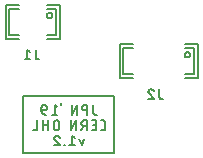
<source format=gbo>
G75*
%MOIN*%
%OFA0B0*%
%FSLAX25Y25*%
%IPPOS*%
%LPD*%
%AMOC8*
5,1,8,0,0,1.08239X$1,22.5*
%
%ADD10C,0.00700*%
%ADD11C,0.00500*%
D10*
X0072888Y0091507D02*
X0074686Y0091507D01*
X0073157Y0093306D01*
X0073697Y0094745D02*
X0073759Y0094743D01*
X0073821Y0094738D01*
X0073883Y0094728D01*
X0073944Y0094715D01*
X0074004Y0094699D01*
X0074063Y0094679D01*
X0074120Y0094655D01*
X0074176Y0094628D01*
X0074231Y0094598D01*
X0074283Y0094564D01*
X0074334Y0094527D01*
X0074382Y0094488D01*
X0074427Y0094445D01*
X0074470Y0094400D01*
X0074511Y0094353D01*
X0074548Y0094303D01*
X0074582Y0094251D01*
X0074613Y0094197D01*
X0074641Y0094141D01*
X0074665Y0094084D01*
X0074686Y0094025D01*
X0073158Y0093306D02*
X0073117Y0093348D01*
X0073078Y0093392D01*
X0073043Y0093439D01*
X0073012Y0093488D01*
X0072983Y0093540D01*
X0072958Y0093593D01*
X0072937Y0093647D01*
X0072919Y0093703D01*
X0072906Y0093760D01*
X0072896Y0093818D01*
X0072890Y0093876D01*
X0072888Y0093935D01*
X0072890Y0093990D01*
X0072896Y0094045D01*
X0072905Y0094100D01*
X0072918Y0094153D01*
X0072935Y0094206D01*
X0072955Y0094257D01*
X0072979Y0094307D01*
X0073006Y0094355D01*
X0073036Y0094402D01*
X0073069Y0094446D01*
X0073106Y0094487D01*
X0073145Y0094526D01*
X0073186Y0094563D01*
X0073230Y0094596D01*
X0073277Y0094626D01*
X0073325Y0094653D01*
X0073375Y0094677D01*
X0073426Y0094697D01*
X0073479Y0094714D01*
X0073532Y0094727D01*
X0073587Y0094736D01*
X0073642Y0094742D01*
X0073697Y0094744D01*
X0074531Y0097525D02*
X0074529Y0097466D01*
X0074523Y0097408D01*
X0074514Y0097350D01*
X0074500Y0097292D01*
X0074483Y0097236D01*
X0074463Y0097181D01*
X0074438Y0097127D01*
X0074411Y0097076D01*
X0074379Y0097026D01*
X0074345Y0096978D01*
X0074308Y0096932D01*
X0074268Y0096889D01*
X0074225Y0096849D01*
X0074179Y0096812D01*
X0074131Y0096778D01*
X0074082Y0096746D01*
X0074030Y0096719D01*
X0073976Y0096694D01*
X0073921Y0096674D01*
X0073865Y0096657D01*
X0073807Y0096643D01*
X0073749Y0096634D01*
X0073691Y0096628D01*
X0073632Y0096626D01*
X0073573Y0096628D01*
X0073515Y0096634D01*
X0073457Y0096643D01*
X0073399Y0096657D01*
X0073343Y0096674D01*
X0073288Y0096694D01*
X0073234Y0096719D01*
X0073183Y0096746D01*
X0073133Y0096778D01*
X0073085Y0096812D01*
X0073039Y0096849D01*
X0072996Y0096889D01*
X0072956Y0096932D01*
X0072919Y0096978D01*
X0072885Y0097026D01*
X0072853Y0097076D01*
X0072826Y0097127D01*
X0072801Y0097181D01*
X0072781Y0097236D01*
X0072764Y0097292D01*
X0072750Y0097350D01*
X0072741Y0097408D01*
X0072735Y0097466D01*
X0072733Y0097525D01*
X0072733Y0098963D01*
X0072735Y0099022D01*
X0072741Y0099080D01*
X0072750Y0099138D01*
X0072764Y0099196D01*
X0072781Y0099252D01*
X0072801Y0099307D01*
X0072826Y0099361D01*
X0072853Y0099413D01*
X0072885Y0099462D01*
X0072919Y0099510D01*
X0072956Y0099556D01*
X0072996Y0099599D01*
X0073039Y0099639D01*
X0073085Y0099676D01*
X0073133Y0099710D01*
X0073183Y0099742D01*
X0073234Y0099769D01*
X0073288Y0099794D01*
X0073343Y0099814D01*
X0073399Y0099831D01*
X0073457Y0099845D01*
X0073515Y0099854D01*
X0073573Y0099860D01*
X0073632Y0099862D01*
X0073691Y0099860D01*
X0073749Y0099854D01*
X0073807Y0099845D01*
X0073865Y0099831D01*
X0073921Y0099814D01*
X0073976Y0099794D01*
X0074030Y0099769D01*
X0074082Y0099742D01*
X0074131Y0099710D01*
X0074179Y0099676D01*
X0074225Y0099639D01*
X0074268Y0099599D01*
X0074308Y0099556D01*
X0074345Y0099510D01*
X0074379Y0099462D01*
X0074411Y0099413D01*
X0074438Y0099361D01*
X0074463Y0099307D01*
X0074483Y0099252D01*
X0074500Y0099196D01*
X0074514Y0099138D01*
X0074523Y0099080D01*
X0074529Y0099022D01*
X0074531Y0098963D01*
X0074532Y0098963D02*
X0074532Y0097525D01*
X0070870Y0098424D02*
X0069072Y0098424D01*
X0069072Y0099863D02*
X0069072Y0096626D01*
X0070870Y0096626D02*
X0070870Y0099863D01*
X0072106Y0101744D02*
X0073904Y0101744D01*
X0073005Y0101744D02*
X0073005Y0104981D01*
X0073904Y0104261D01*
X0075249Y0104981D02*
X0075249Y0105700D01*
X0078602Y0104981D02*
X0078602Y0101744D01*
X0080400Y0104981D01*
X0080400Y0101744D01*
X0080083Y0099863D02*
X0078284Y0096626D01*
X0078284Y0099863D01*
X0080083Y0099863D02*
X0080083Y0096626D01*
X0081909Y0096626D02*
X0082628Y0098064D01*
X0082808Y0098064D02*
X0083707Y0098064D01*
X0082808Y0098064D02*
X0082749Y0098066D01*
X0082691Y0098072D01*
X0082633Y0098081D01*
X0082575Y0098095D01*
X0082519Y0098112D01*
X0082464Y0098132D01*
X0082410Y0098157D01*
X0082359Y0098184D01*
X0082309Y0098216D01*
X0082261Y0098250D01*
X0082215Y0098287D01*
X0082172Y0098327D01*
X0082132Y0098370D01*
X0082095Y0098416D01*
X0082061Y0098464D01*
X0082029Y0098514D01*
X0082002Y0098565D01*
X0081977Y0098619D01*
X0081957Y0098674D01*
X0081940Y0098730D01*
X0081926Y0098788D01*
X0081917Y0098846D01*
X0081911Y0098904D01*
X0081909Y0098963D01*
X0081911Y0099022D01*
X0081917Y0099080D01*
X0081926Y0099138D01*
X0081940Y0099196D01*
X0081957Y0099252D01*
X0081977Y0099307D01*
X0082002Y0099361D01*
X0082029Y0099413D01*
X0082061Y0099462D01*
X0082095Y0099510D01*
X0082132Y0099556D01*
X0082172Y0099599D01*
X0082215Y0099639D01*
X0082261Y0099676D01*
X0082309Y0099710D01*
X0082359Y0099742D01*
X0082410Y0099769D01*
X0082464Y0099794D01*
X0082519Y0099814D01*
X0082575Y0099831D01*
X0082633Y0099845D01*
X0082691Y0099854D01*
X0082749Y0099860D01*
X0082808Y0099862D01*
X0082808Y0099863D02*
X0083707Y0099863D01*
X0083707Y0096626D01*
X0085365Y0096626D02*
X0086804Y0096626D01*
X0086804Y0099863D01*
X0085365Y0099863D01*
X0085725Y0098424D02*
X0086804Y0098424D01*
X0088464Y0099863D02*
X0089183Y0099863D01*
X0089183Y0099862D02*
X0089234Y0099860D01*
X0089285Y0099855D01*
X0089336Y0099846D01*
X0089386Y0099833D01*
X0089434Y0099817D01*
X0089482Y0099797D01*
X0089528Y0099774D01*
X0089572Y0099748D01*
X0089614Y0099719D01*
X0089654Y0099686D01*
X0089691Y0099651D01*
X0089726Y0099614D01*
X0089759Y0099574D01*
X0089788Y0099532D01*
X0089814Y0099488D01*
X0089837Y0099442D01*
X0089857Y0099394D01*
X0089873Y0099346D01*
X0089886Y0099296D01*
X0089895Y0099245D01*
X0089900Y0099194D01*
X0089902Y0099143D01*
X0089903Y0099143D02*
X0089903Y0097345D01*
X0089902Y0097345D02*
X0089900Y0097294D01*
X0089895Y0097243D01*
X0089886Y0097192D01*
X0089873Y0097142D01*
X0089857Y0097094D01*
X0089837Y0097046D01*
X0089814Y0097000D01*
X0089788Y0096956D01*
X0089759Y0096914D01*
X0089726Y0096874D01*
X0089691Y0096837D01*
X0089654Y0096802D01*
X0089614Y0096769D01*
X0089572Y0096740D01*
X0089528Y0096714D01*
X0089482Y0096691D01*
X0089434Y0096671D01*
X0089386Y0096655D01*
X0089336Y0096642D01*
X0089285Y0096633D01*
X0089234Y0096628D01*
X0089183Y0096626D01*
X0088464Y0096626D01*
X0086981Y0101744D02*
X0086621Y0101744D01*
X0086570Y0101746D01*
X0086519Y0101751D01*
X0086468Y0101760D01*
X0086418Y0101773D01*
X0086370Y0101789D01*
X0086322Y0101809D01*
X0086276Y0101832D01*
X0086232Y0101858D01*
X0086190Y0101887D01*
X0086150Y0101920D01*
X0086113Y0101955D01*
X0086078Y0101992D01*
X0086045Y0102032D01*
X0086016Y0102074D01*
X0085990Y0102118D01*
X0085967Y0102164D01*
X0085947Y0102212D01*
X0085931Y0102260D01*
X0085918Y0102310D01*
X0085909Y0102361D01*
X0085904Y0102412D01*
X0085902Y0102463D01*
X0085902Y0104981D01*
X0083859Y0104981D02*
X0082960Y0104981D01*
X0083859Y0104981D02*
X0083859Y0101744D01*
X0083859Y0103182D02*
X0082960Y0103182D01*
X0082960Y0103183D02*
X0082901Y0103185D01*
X0082843Y0103191D01*
X0082785Y0103200D01*
X0082727Y0103214D01*
X0082671Y0103231D01*
X0082616Y0103251D01*
X0082562Y0103276D01*
X0082511Y0103303D01*
X0082461Y0103335D01*
X0082413Y0103369D01*
X0082367Y0103406D01*
X0082324Y0103446D01*
X0082284Y0103489D01*
X0082247Y0103535D01*
X0082213Y0103583D01*
X0082181Y0103633D01*
X0082154Y0103684D01*
X0082129Y0103738D01*
X0082109Y0103793D01*
X0082092Y0103849D01*
X0082078Y0103907D01*
X0082069Y0103965D01*
X0082063Y0104023D01*
X0082061Y0104082D01*
X0082063Y0104141D01*
X0082069Y0104199D01*
X0082078Y0104257D01*
X0082092Y0104315D01*
X0082109Y0104371D01*
X0082129Y0104426D01*
X0082154Y0104480D01*
X0082181Y0104532D01*
X0082213Y0104581D01*
X0082247Y0104629D01*
X0082284Y0104675D01*
X0082324Y0104718D01*
X0082367Y0104758D01*
X0082413Y0104795D01*
X0082461Y0104829D01*
X0082511Y0104861D01*
X0082562Y0104888D01*
X0082616Y0104913D01*
X0082671Y0104933D01*
X0082727Y0104950D01*
X0082785Y0104964D01*
X0082843Y0104973D01*
X0082901Y0104979D01*
X0082960Y0104981D01*
X0078747Y0094744D02*
X0078747Y0091507D01*
X0077848Y0091507D02*
X0079647Y0091507D01*
X0081936Y0091507D02*
X0081217Y0093665D01*
X0082656Y0093665D02*
X0081936Y0091507D01*
X0079647Y0094025D02*
X0078747Y0094744D01*
X0076357Y0091687D02*
X0076177Y0091687D01*
X0076177Y0091507D01*
X0076357Y0091507D01*
X0076357Y0091687D01*
X0067079Y0096626D02*
X0067079Y0099863D01*
X0068563Y0103182D02*
X0068563Y0104082D01*
X0068565Y0104141D01*
X0068571Y0104199D01*
X0068580Y0104257D01*
X0068594Y0104315D01*
X0068611Y0104371D01*
X0068631Y0104426D01*
X0068656Y0104480D01*
X0068683Y0104532D01*
X0068715Y0104581D01*
X0068749Y0104629D01*
X0068786Y0104675D01*
X0068826Y0104718D01*
X0068869Y0104758D01*
X0068915Y0104795D01*
X0068963Y0104829D01*
X0069013Y0104861D01*
X0069064Y0104888D01*
X0069118Y0104913D01*
X0069173Y0104933D01*
X0069229Y0104950D01*
X0069287Y0104964D01*
X0069345Y0104973D01*
X0069403Y0104979D01*
X0069462Y0104981D01*
X0069521Y0104979D01*
X0069579Y0104973D01*
X0069637Y0104964D01*
X0069695Y0104950D01*
X0069751Y0104933D01*
X0069806Y0104913D01*
X0069860Y0104888D01*
X0069912Y0104861D01*
X0069961Y0104829D01*
X0070009Y0104795D01*
X0070055Y0104758D01*
X0070098Y0104718D01*
X0070138Y0104675D01*
X0070175Y0104629D01*
X0070209Y0104581D01*
X0070241Y0104532D01*
X0070268Y0104480D01*
X0070293Y0104426D01*
X0070313Y0104371D01*
X0070330Y0104315D01*
X0070344Y0104257D01*
X0070353Y0104199D01*
X0070359Y0104141D01*
X0070361Y0104082D01*
X0070361Y0103902D01*
X0070359Y0103851D01*
X0070354Y0103800D01*
X0070345Y0103749D01*
X0070332Y0103699D01*
X0070316Y0103651D01*
X0070296Y0103603D01*
X0070273Y0103557D01*
X0070247Y0103513D01*
X0070218Y0103471D01*
X0070185Y0103431D01*
X0070150Y0103394D01*
X0070113Y0103359D01*
X0070073Y0103326D01*
X0070031Y0103297D01*
X0069987Y0103271D01*
X0069941Y0103248D01*
X0069893Y0103228D01*
X0069845Y0103212D01*
X0069795Y0103199D01*
X0069744Y0103190D01*
X0069693Y0103185D01*
X0069642Y0103183D01*
X0069642Y0103182D02*
X0068563Y0103182D01*
X0068562Y0103182D02*
X0068564Y0103107D01*
X0068570Y0103032D01*
X0068580Y0102957D01*
X0068593Y0102883D01*
X0068611Y0102810D01*
X0068632Y0102737D01*
X0068658Y0102666D01*
X0068686Y0102597D01*
X0068719Y0102529D01*
X0068755Y0102463D01*
X0068794Y0102398D01*
X0068837Y0102336D01*
X0068883Y0102276D01*
X0068932Y0102219D01*
X0068983Y0102164D01*
X0069038Y0102113D01*
X0069095Y0102064D01*
X0069155Y0102018D01*
X0069217Y0101975D01*
X0069282Y0101936D01*
X0069348Y0101900D01*
X0069416Y0101867D01*
X0069485Y0101839D01*
X0069556Y0101813D01*
X0069629Y0101792D01*
X0069702Y0101774D01*
X0069776Y0101761D01*
X0069851Y0101751D01*
X0069926Y0101745D01*
X0070001Y0101743D01*
X0067079Y0096626D02*
X0065641Y0096626D01*
X0064818Y0120208D02*
X0063019Y0120208D01*
X0063919Y0120208D02*
X0063919Y0123445D01*
X0064818Y0122726D01*
X0066658Y0123445D02*
X0066658Y0120928D01*
X0066660Y0120877D01*
X0066665Y0120826D01*
X0066674Y0120775D01*
X0066687Y0120725D01*
X0066703Y0120677D01*
X0066723Y0120629D01*
X0066746Y0120583D01*
X0066772Y0120539D01*
X0066801Y0120497D01*
X0066834Y0120457D01*
X0066869Y0120420D01*
X0066906Y0120385D01*
X0066946Y0120352D01*
X0066988Y0120323D01*
X0067032Y0120297D01*
X0067078Y0120274D01*
X0067126Y0120254D01*
X0067174Y0120238D01*
X0067224Y0120225D01*
X0067275Y0120216D01*
X0067326Y0120211D01*
X0067377Y0120209D01*
X0067377Y0120208D02*
X0067737Y0120208D01*
X0104510Y0108818D02*
X0106038Y0107019D01*
X0104240Y0107019D01*
X0106038Y0109537D02*
X0106017Y0109596D01*
X0105993Y0109653D01*
X0105965Y0109709D01*
X0105934Y0109763D01*
X0105900Y0109815D01*
X0105863Y0109865D01*
X0105822Y0109912D01*
X0105779Y0109957D01*
X0105734Y0110000D01*
X0105686Y0110039D01*
X0105635Y0110076D01*
X0105583Y0110110D01*
X0105528Y0110140D01*
X0105472Y0110167D01*
X0105415Y0110191D01*
X0105356Y0110211D01*
X0105296Y0110227D01*
X0105235Y0110240D01*
X0105173Y0110250D01*
X0105111Y0110255D01*
X0105049Y0110257D01*
X0105049Y0110256D02*
X0104994Y0110254D01*
X0104939Y0110248D01*
X0104884Y0110239D01*
X0104831Y0110226D01*
X0104778Y0110209D01*
X0104727Y0110189D01*
X0104677Y0110165D01*
X0104629Y0110138D01*
X0104582Y0110108D01*
X0104538Y0110075D01*
X0104497Y0110038D01*
X0104458Y0109999D01*
X0104421Y0109958D01*
X0104388Y0109914D01*
X0104358Y0109867D01*
X0104331Y0109819D01*
X0104307Y0109769D01*
X0104287Y0109718D01*
X0104270Y0109665D01*
X0104257Y0109612D01*
X0104248Y0109557D01*
X0104242Y0109502D01*
X0104240Y0109447D01*
X0104242Y0109388D01*
X0104248Y0109330D01*
X0104258Y0109272D01*
X0104271Y0109215D01*
X0104289Y0109159D01*
X0104310Y0109105D01*
X0104335Y0109052D01*
X0104364Y0109000D01*
X0104395Y0108951D01*
X0104430Y0108904D01*
X0104469Y0108860D01*
X0104510Y0108818D01*
X0107878Y0107739D02*
X0107878Y0110256D01*
X0107878Y0107739D02*
X0107880Y0107688D01*
X0107885Y0107637D01*
X0107894Y0107586D01*
X0107907Y0107536D01*
X0107923Y0107488D01*
X0107943Y0107440D01*
X0107966Y0107394D01*
X0107992Y0107350D01*
X0108021Y0107308D01*
X0108054Y0107268D01*
X0108089Y0107231D01*
X0108126Y0107196D01*
X0108166Y0107163D01*
X0108208Y0107134D01*
X0108252Y0107108D01*
X0108298Y0107085D01*
X0108346Y0107065D01*
X0108394Y0107049D01*
X0108444Y0107036D01*
X0108495Y0107027D01*
X0108546Y0107022D01*
X0108597Y0107020D01*
X0108597Y0107019D02*
X0108957Y0107019D01*
D11*
X0062417Y0108087D02*
X0062417Y0088795D01*
X0092732Y0088795D01*
X0092732Y0108087D01*
X0062417Y0108087D01*
X0060961Y0127024D02*
X0056630Y0127024D01*
X0056630Y0138362D01*
X0060961Y0138362D01*
X0060961Y0137024D02*
X0057811Y0137024D01*
X0057811Y0128362D01*
X0060961Y0128362D01*
X0070409Y0128362D02*
X0073559Y0128362D01*
X0073559Y0137024D01*
X0070409Y0137024D01*
X0070409Y0138362D02*
X0074740Y0138362D01*
X0074740Y0127024D01*
X0070409Y0127024D01*
X0070395Y0134875D02*
X0070397Y0134935D01*
X0070403Y0134994D01*
X0070413Y0135053D01*
X0070427Y0135111D01*
X0070444Y0135168D01*
X0070466Y0135224D01*
X0070491Y0135278D01*
X0070520Y0135331D01*
X0070552Y0135381D01*
X0070587Y0135429D01*
X0070626Y0135475D01*
X0070667Y0135518D01*
X0070712Y0135558D01*
X0070759Y0135595D01*
X0070808Y0135629D01*
X0070859Y0135659D01*
X0070913Y0135686D01*
X0070968Y0135709D01*
X0071024Y0135729D01*
X0071082Y0135745D01*
X0071140Y0135757D01*
X0071200Y0135765D01*
X0071259Y0135769D01*
X0071319Y0135769D01*
X0071378Y0135765D01*
X0071438Y0135757D01*
X0071496Y0135745D01*
X0071554Y0135729D01*
X0071610Y0135709D01*
X0071665Y0135686D01*
X0071719Y0135659D01*
X0071770Y0135629D01*
X0071819Y0135595D01*
X0071866Y0135558D01*
X0071911Y0135518D01*
X0071952Y0135475D01*
X0071991Y0135429D01*
X0072026Y0135381D01*
X0072058Y0135331D01*
X0072087Y0135278D01*
X0072112Y0135224D01*
X0072134Y0135168D01*
X0072151Y0135111D01*
X0072165Y0135053D01*
X0072175Y0134994D01*
X0072181Y0134935D01*
X0072183Y0134875D01*
X0072181Y0134815D01*
X0072175Y0134756D01*
X0072165Y0134697D01*
X0072151Y0134639D01*
X0072134Y0134582D01*
X0072112Y0134526D01*
X0072087Y0134472D01*
X0072058Y0134419D01*
X0072026Y0134369D01*
X0071991Y0134321D01*
X0071952Y0134275D01*
X0071911Y0134232D01*
X0071866Y0134192D01*
X0071819Y0134155D01*
X0071770Y0134121D01*
X0071719Y0134091D01*
X0071665Y0134064D01*
X0071610Y0134041D01*
X0071554Y0134021D01*
X0071496Y0134005D01*
X0071438Y0133993D01*
X0071378Y0133985D01*
X0071319Y0133981D01*
X0071259Y0133981D01*
X0071200Y0133985D01*
X0071140Y0133993D01*
X0071082Y0134005D01*
X0071024Y0134021D01*
X0070968Y0134041D01*
X0070913Y0134064D01*
X0070859Y0134091D01*
X0070808Y0134121D01*
X0070759Y0134155D01*
X0070712Y0134192D01*
X0070667Y0134232D01*
X0070626Y0134275D01*
X0070587Y0134321D01*
X0070552Y0134369D01*
X0070520Y0134419D01*
X0070491Y0134472D01*
X0070466Y0134526D01*
X0070444Y0134582D01*
X0070427Y0134639D01*
X0070413Y0134697D01*
X0070403Y0134756D01*
X0070397Y0134815D01*
X0070395Y0134875D01*
X0094701Y0125173D02*
X0094701Y0113835D01*
X0099031Y0113835D01*
X0099031Y0115173D02*
X0095882Y0115173D01*
X0095882Y0123835D01*
X0099031Y0123835D01*
X0099031Y0125173D02*
X0094701Y0125173D01*
X0116354Y0125173D02*
X0120685Y0125173D01*
X0120685Y0113835D01*
X0116354Y0113835D01*
X0116354Y0115173D02*
X0119504Y0115173D01*
X0119504Y0123835D01*
X0116354Y0123835D01*
X0116340Y0121686D02*
X0116342Y0121746D01*
X0116348Y0121805D01*
X0116358Y0121864D01*
X0116372Y0121922D01*
X0116389Y0121979D01*
X0116411Y0122035D01*
X0116436Y0122089D01*
X0116465Y0122142D01*
X0116497Y0122192D01*
X0116532Y0122240D01*
X0116571Y0122286D01*
X0116612Y0122329D01*
X0116657Y0122369D01*
X0116704Y0122406D01*
X0116753Y0122440D01*
X0116804Y0122470D01*
X0116858Y0122497D01*
X0116913Y0122520D01*
X0116969Y0122540D01*
X0117027Y0122556D01*
X0117085Y0122568D01*
X0117145Y0122576D01*
X0117204Y0122580D01*
X0117264Y0122580D01*
X0117323Y0122576D01*
X0117383Y0122568D01*
X0117441Y0122556D01*
X0117499Y0122540D01*
X0117555Y0122520D01*
X0117610Y0122497D01*
X0117664Y0122470D01*
X0117715Y0122440D01*
X0117764Y0122406D01*
X0117811Y0122369D01*
X0117856Y0122329D01*
X0117897Y0122286D01*
X0117936Y0122240D01*
X0117971Y0122192D01*
X0118003Y0122142D01*
X0118032Y0122089D01*
X0118057Y0122035D01*
X0118079Y0121979D01*
X0118096Y0121922D01*
X0118110Y0121864D01*
X0118120Y0121805D01*
X0118126Y0121746D01*
X0118128Y0121686D01*
X0118126Y0121626D01*
X0118120Y0121567D01*
X0118110Y0121508D01*
X0118096Y0121450D01*
X0118079Y0121393D01*
X0118057Y0121337D01*
X0118032Y0121283D01*
X0118003Y0121230D01*
X0117971Y0121180D01*
X0117936Y0121132D01*
X0117897Y0121086D01*
X0117856Y0121043D01*
X0117811Y0121003D01*
X0117764Y0120966D01*
X0117715Y0120932D01*
X0117664Y0120902D01*
X0117610Y0120875D01*
X0117555Y0120852D01*
X0117499Y0120832D01*
X0117441Y0120816D01*
X0117383Y0120804D01*
X0117323Y0120796D01*
X0117264Y0120792D01*
X0117204Y0120792D01*
X0117145Y0120796D01*
X0117085Y0120804D01*
X0117027Y0120816D01*
X0116969Y0120832D01*
X0116913Y0120852D01*
X0116858Y0120875D01*
X0116804Y0120902D01*
X0116753Y0120932D01*
X0116704Y0120966D01*
X0116657Y0121003D01*
X0116612Y0121043D01*
X0116571Y0121086D01*
X0116532Y0121132D01*
X0116497Y0121180D01*
X0116465Y0121230D01*
X0116436Y0121283D01*
X0116411Y0121337D01*
X0116389Y0121393D01*
X0116372Y0121450D01*
X0116358Y0121508D01*
X0116348Y0121567D01*
X0116342Y0121626D01*
X0116340Y0121686D01*
M02*

</source>
